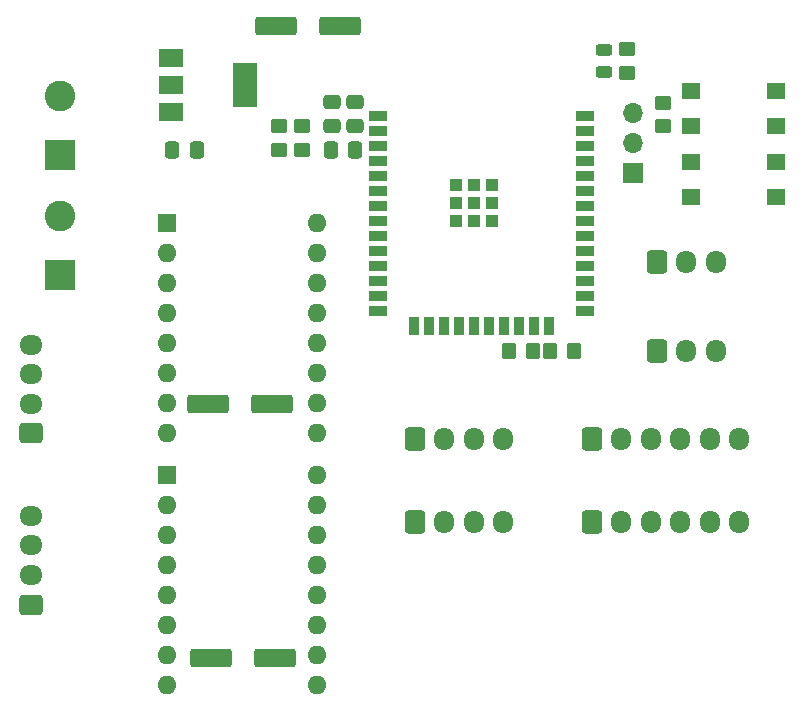
<source format=gts>
G04 #@! TF.GenerationSoftware,KiCad,Pcbnew,6.0.7-f9a2dced07~116~ubuntu20.04.1*
G04 #@! TF.CreationDate,2022-08-24T01:16:15-05:00*
G04 #@! TF.ProjectId,MuscleRoller,4d757363-6c65-4526-9f6c-6c65722e6b69,rev?*
G04 #@! TF.SameCoordinates,Original*
G04 #@! TF.FileFunction,Soldermask,Top*
G04 #@! TF.FilePolarity,Negative*
%FSLAX46Y46*%
G04 Gerber Fmt 4.6, Leading zero omitted, Abs format (unit mm)*
G04 Created by KiCad (PCBNEW 6.0.7-f9a2dced07~116~ubuntu20.04.1) date 2022-08-24 01:16:15*
%MOMM*%
%LPD*%
G01*
G04 APERTURE LIST*
G04 Aperture macros list*
%AMRoundRect*
0 Rectangle with rounded corners*
0 $1 Rounding radius*
0 $2 $3 $4 $5 $6 $7 $8 $9 X,Y pos of 4 corners*
0 Add a 4 corners polygon primitive as box body*
4,1,4,$2,$3,$4,$5,$6,$7,$8,$9,$2,$3,0*
0 Add four circle primitives for the rounded corners*
1,1,$1+$1,$2,$3*
1,1,$1+$1,$4,$5*
1,1,$1+$1,$6,$7*
1,1,$1+$1,$8,$9*
0 Add four rect primitives between the rounded corners*
20,1,$1+$1,$2,$3,$4,$5,0*
20,1,$1+$1,$4,$5,$6,$7,0*
20,1,$1+$1,$6,$7,$8,$9,0*
20,1,$1+$1,$8,$9,$2,$3,0*%
G04 Aperture macros list end*
%ADD10RoundRect,0.250000X-0.450000X0.350000X-0.450000X-0.350000X0.450000X-0.350000X0.450000X0.350000X0*%
%ADD11RoundRect,0.243750X-0.456250X0.243750X-0.456250X-0.243750X0.456250X-0.243750X0.456250X0.243750X0*%
%ADD12R,1.600000X1.400000*%
%ADD13RoundRect,0.250000X-1.500000X-0.550000X1.500000X-0.550000X1.500000X0.550000X-1.500000X0.550000X0*%
%ADD14R,1.600000X1.600000*%
%ADD15O,1.600000X1.600000*%
%ADD16RoundRect,0.250000X-0.337500X-0.475000X0.337500X-0.475000X0.337500X0.475000X-0.337500X0.475000X0*%
%ADD17RoundRect,0.250000X0.475000X-0.337500X0.475000X0.337500X-0.475000X0.337500X-0.475000X-0.337500X0*%
%ADD18RoundRect,0.250000X-0.600000X-0.725000X0.600000X-0.725000X0.600000X0.725000X-0.600000X0.725000X0*%
%ADD19O,1.700000X1.950000*%
%ADD20R,1.700000X1.700000*%
%ADD21O,1.700000X1.700000*%
%ADD22RoundRect,0.250000X0.725000X-0.600000X0.725000X0.600000X-0.725000X0.600000X-0.725000X-0.600000X0*%
%ADD23O,1.950000X1.700000*%
%ADD24R,2.600000X2.600000*%
%ADD25C,2.600000*%
%ADD26RoundRect,0.249999X-0.450001X0.350001X-0.450001X-0.350001X0.450001X-0.350001X0.450001X0.350001X0*%
%ADD27RoundRect,0.249999X0.450001X-0.350001X0.450001X0.350001X-0.450001X0.350001X-0.450001X-0.350001X0*%
%ADD28RoundRect,0.249999X-0.350001X-0.450001X0.350001X-0.450001X0.350001X0.450001X-0.350001X0.450001X0*%
%ADD29R,2.000000X1.500000*%
%ADD30R,2.000000X3.800000*%
%ADD31R,1.500000X0.900000*%
%ADD32R,0.900000X1.500000*%
%ADD33R,1.050000X1.050000*%
%ADD34RoundRect,0.250000X0.337500X0.475000X-0.337500X0.475000X-0.337500X-0.475000X0.337500X-0.475000X0*%
G04 APERTURE END LIST*
D10*
X162000000Y-91000000D03*
X162000000Y-89000000D03*
D11*
X160000000Y-90937500D03*
X160000000Y-89062500D03*
D12*
X167400000Y-98500000D03*
X174600000Y-98500000D03*
X174600000Y-101500000D03*
X167400000Y-101500000D03*
X167400000Y-92500000D03*
X174600000Y-92500000D03*
X174600000Y-95500000D03*
X167400000Y-95500000D03*
D13*
X132300000Y-87000000D03*
X137700000Y-87000000D03*
D14*
X123000000Y-103720000D03*
D15*
X123000000Y-106260000D03*
X123000000Y-108800000D03*
X123000000Y-111340000D03*
X123000000Y-113880000D03*
X123000000Y-116420000D03*
X123000000Y-118960000D03*
X123000000Y-121500000D03*
X135700000Y-121500000D03*
X135700000Y-118960000D03*
X135700000Y-116420000D03*
X135700000Y-113880000D03*
X135700000Y-111340000D03*
X135700000Y-108800000D03*
X135700000Y-106260000D03*
X135700000Y-103720000D03*
D14*
X123000000Y-125000000D03*
D15*
X123000000Y-127540000D03*
X123000000Y-130080000D03*
X123000000Y-132620000D03*
X123000000Y-135160000D03*
X123000000Y-137700000D03*
X123000000Y-140240000D03*
X123000000Y-142780000D03*
X135700000Y-142780000D03*
X135700000Y-140240000D03*
X135700000Y-137700000D03*
X135700000Y-135160000D03*
X135700000Y-132620000D03*
X135700000Y-130080000D03*
X135700000Y-127540000D03*
X135700000Y-125000000D03*
D16*
X123500000Y-97500000D03*
X125575000Y-97500000D03*
D13*
X126492000Y-119000000D03*
X131892000Y-119000000D03*
X126800000Y-140500000D03*
X132200000Y-140500000D03*
D17*
X139000000Y-95500000D03*
X139000000Y-93425000D03*
X137000000Y-95500000D03*
X137000000Y-93425000D03*
D18*
X159000000Y-122000000D03*
D19*
X161500000Y-122000000D03*
X164000000Y-122000000D03*
X166500000Y-122000000D03*
X169000000Y-122000000D03*
X171500000Y-122000000D03*
D18*
X159000000Y-129000000D03*
D19*
X161500000Y-129000000D03*
X164000000Y-129000000D03*
X166500000Y-129000000D03*
X169000000Y-129000000D03*
X171500000Y-129000000D03*
D18*
X144000000Y-122000000D03*
D19*
X146500000Y-122000000D03*
X149000000Y-122000000D03*
X151500000Y-122000000D03*
D18*
X144000000Y-129000000D03*
D19*
X146500000Y-129000000D03*
X149000000Y-129000000D03*
X151500000Y-129000000D03*
D20*
X162500000Y-99500000D03*
D21*
X162500000Y-96960000D03*
X162500000Y-94420000D03*
D22*
X111500000Y-121500000D03*
D23*
X111500000Y-119000000D03*
X111500000Y-116500000D03*
X111500000Y-114000000D03*
D22*
X111500000Y-136000000D03*
D23*
X111500000Y-133500000D03*
X111500000Y-131000000D03*
X111500000Y-128500000D03*
D24*
X114000000Y-108124000D03*
D25*
X114000000Y-103124000D03*
D18*
X164500000Y-107000000D03*
D19*
X167000000Y-107000000D03*
X169500000Y-107000000D03*
D18*
X164500000Y-114500000D03*
D19*
X167000000Y-114500000D03*
X169500000Y-114500000D03*
D26*
X132500000Y-95500000D03*
X132500000Y-97500000D03*
D27*
X134500000Y-97500000D03*
X134500000Y-95500000D03*
D28*
X152000000Y-114500000D03*
X154000000Y-114500000D03*
D26*
X165000000Y-93500000D03*
X165000000Y-95500000D03*
D29*
X123350000Y-89700000D03*
X123350000Y-92000000D03*
D30*
X129650000Y-92000000D03*
D29*
X123350000Y-94300000D03*
D31*
X140930000Y-94660000D03*
X140930000Y-95930000D03*
X140930000Y-97200000D03*
X140930000Y-98470000D03*
X140930000Y-99740000D03*
X140930000Y-101010000D03*
X140930000Y-102280000D03*
X140930000Y-103550000D03*
X140930000Y-104820000D03*
X140930000Y-106090000D03*
X140930000Y-107360000D03*
X140930000Y-108630000D03*
X140930000Y-109900000D03*
X140930000Y-111170000D03*
D32*
X143960000Y-112420000D03*
X145230000Y-112420000D03*
X146500000Y-112420000D03*
X147770000Y-112420000D03*
X149040000Y-112420000D03*
X150310000Y-112420000D03*
X151580000Y-112420000D03*
X152850000Y-112420000D03*
X154120000Y-112420000D03*
X155390000Y-112420000D03*
D31*
X158430000Y-111170000D03*
X158430000Y-109900000D03*
X158430000Y-108630000D03*
X158430000Y-107360000D03*
X158430000Y-106090000D03*
X158430000Y-104820000D03*
X158430000Y-103550000D03*
X158430000Y-102280000D03*
X158430000Y-101010000D03*
X158430000Y-99740000D03*
X158430000Y-98470000D03*
X158430000Y-97200000D03*
X158430000Y-95930000D03*
X158430000Y-94660000D03*
D33*
X147475000Y-100475000D03*
X150525000Y-100475000D03*
X150525000Y-102000000D03*
X149000000Y-103525000D03*
X149000000Y-102000000D03*
X149000000Y-100475000D03*
X150525000Y-103525000D03*
X147475000Y-102000000D03*
X147475000Y-103525000D03*
D34*
X139000000Y-97500000D03*
X136925000Y-97500000D03*
D24*
X114000000Y-97964000D03*
D25*
X114000000Y-92964000D03*
D28*
X155500000Y-114500000D03*
X157500000Y-114500000D03*
M02*

</source>
